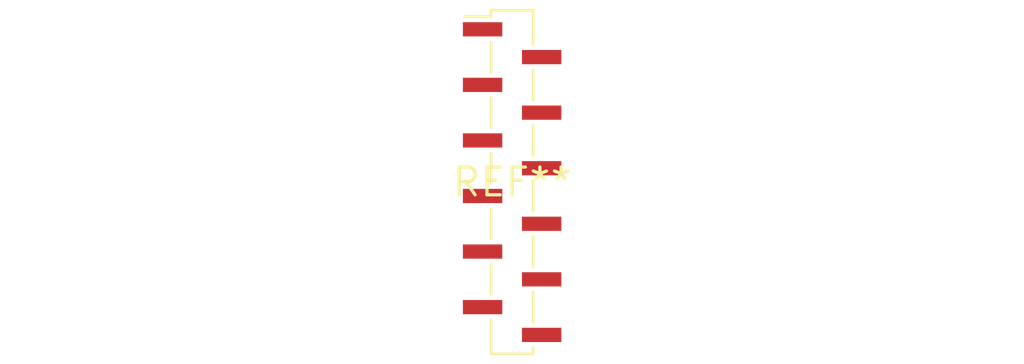
<source format=kicad_pcb>
(kicad_pcb (version 20240108) (generator pcbnew)
  (layers (0 "F.Cu" signal) (31 "B.Cu" signal) (34 "B.Paste" user) (35 "F.Paste" user) (36 "B.SilkS" user "B.Silkscreen") (37 "F.SilkS" user "F.Silkscreen") (38 "B.Mask" user) (39 "F.Mask" user) (44 "Edge.Cuts" user))
  (net 0 "")
  (footprint "PinSocket_1x12_P1.27mm_Vertical_SMD_Pin1Left" (layer "F.Cu") (at 0 0)
    (property "Reference" "REF**")
    (property "Value" "PinSocket_1x12_P1.27mm_Vertical_SMD_Pin1Left")
    (fp_line (start -2.19 -7.57) (end -0.96 -7.57) (layer "F.SilkS") (stroke (width 0.12)))
    (fp_line (start -0.96 -7.855) (end -0.96 -7.57) (layer "F.SilkS") (stroke (width 0.12)))
    (fp_line (start -0.96 -7.855) (end 0.96 -7.855) (layer "F.SilkS") (stroke (width 0.12)))
    (fp_line (start -0.96 -6.4) (end -0.96 -5.03) (layer "F.SilkS") (stroke (width 0.12)))
    (fp_line (start -0.96 -3.86) (end -0.96 -2.49) (layer "F.SilkS") (stroke (width 0.12)))
    (fp_line (start -0.96 -1.32) (end -0.96 0.05) (layer "F.SilkS") (stroke (width 0.12)))
    (fp_line (start -0.96 1.22) (end -0.96 2.59) (layer "F.SilkS") (stroke (width 0.12)))
    (fp_line (start -0.96 3.76) (end -0.96 5.13) (layer "F.SilkS") (stroke (width 0.12)))
    (fp_line (start -0.96 6.3) (end -0.96 7.855) (layer "F.SilkS") (stroke (width 0.12)))
    (fp_line (start -0.96 7.855) (end 0.96 7.855) (layer "F.SilkS") (stroke (width 0.12)))
    (fp_line (start 0.96 -7.855) (end 0.96 -6.3) (layer "F.SilkS") (stroke (width 0.12)))
    (fp_line (start 0.96 -5.13) (end 0.96 -3.76) (layer "F.SilkS") (stroke (width 0.12)))
    (fp_line (start 0.96 -2.59) (end 0.96 -1.22) (layer "F.SilkS") (stroke (width 0.12)))
    (fp_line (start 0.96 -0.05) (end 0.96 1.32) (layer "F.SilkS") (stroke (width 0.12)))
    (fp_line (start 0.96 2.49) (end 0.96 3.86) (layer "F.SilkS") (stroke (width 0.12)))
    (fp_line (start 0.96 5.03) (end 0.96 6.4) (layer "F.SilkS") (stroke (width 0.12)))
    (fp_line (start 0.96 7.57) (end 0.96 7.855) (layer "F.SilkS") (stroke (width 0.12)))
    (pad "1" smd rect (at -1.35 -6.985) (size 1.8 0.65) (layers "F.Cu" "F.Paste" "F.Mask"))
    (pad "2" smd rect (at 1.35 -5.715) (size 1.8 0.65) (layers "F.Cu" "F.Paste" "F.Mask"))
    (pad "3" smd rect (at -1.35 -4.445) (size 1.8 0.65) (layers "F.Cu" "F.Paste" "F.Mask"))
    (pad "4" smd rect (at 1.35 -3.175) (size 1.8 0.65) (layers "F.Cu" "F.Paste" "F.Mask"))
    (pad "5" smd rect (at -1.35 -1.905) (size 1.8 0.65) (layers "F.Cu" "F.Paste" "F.Mask"))
    (pad "6" smd rect (at 1.35 -0.635) (size 1.8 0.65) (layers "F.Cu" "F.Paste" "F.Mask"))
    (pad "7" smd rect (at -1.35 0.635) (size 1.8 0.65) (layers "F.Cu" "F.Paste" "F.Mask"))
    (pad "8" smd rect (at 1.35 1.905) (size 1.8 0.65) (layers "F.Cu" "F.Paste" "F.Mask"))
    (pad "9" smd rect (at -1.35 3.175) (size 1.8 0.65) (layers "F.Cu" "F.Paste" "F.Mask"))
    (pad "10" smd rect (at 1.35 4.445) (size 1.8 0.65) (layers "F.Cu" "F.Paste" "F.Mask"))
    (pad "11" smd rect (at -1.35 5.715) (size 1.8 0.65) (layers "F.Cu" "F.Paste" "F.Mask"))
    (pad "12" smd rect (at 1.35 6.985) (size 1.8 0.65) (layers "F.Cu" "F.Paste" "F.Mask"))
  )
)
</source>
